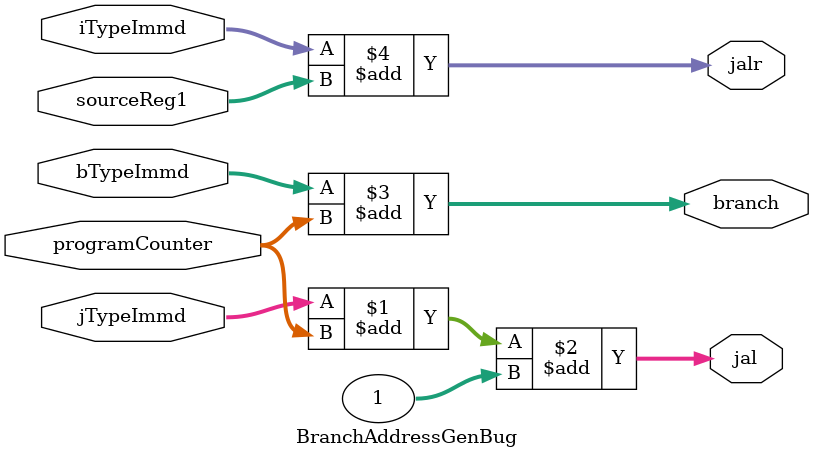
<source format=sv>
`timescale 1ns / 1ps


module BranchAddressGenBug(
    // Inputs
    input [31:0] programCounter,
    input [31:0] jTypeImmd,
    input [31:0] bTypeImmd,
    input [31:0] iTypeImmd,
    input [31:0] sourceReg1,

    // Outputs
    output logic [31:0] jal,
    output logic [31:0] branch,
    output logic [31:0] jalr
);

    // Generate the jal address
    assign jal = jTypeImmd + programCounter + 1;

    // Generate the branch address
    assign branch = bTypeImmd + programCounter;
    
    // Generate the jalr address
    assign jalr = iTypeImmd + sourceReg1;

endmodule
</source>
